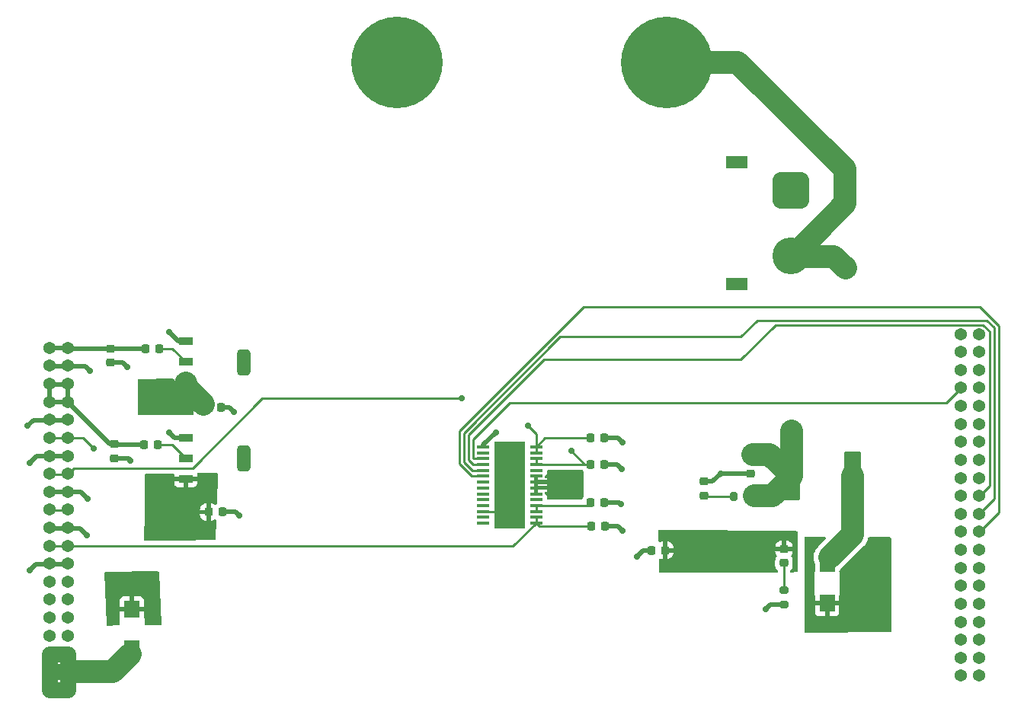
<source format=gbr>
%TF.GenerationSoftware,KiCad,Pcbnew,7.0.7*%
%TF.CreationDate,2024-02-25T13:36:01-08:00*%
%TF.ProjectId,Power-board,506f7765-722d-4626-9f61-72642e6b6963,rev?*%
%TF.SameCoordinates,Original*%
%TF.FileFunction,Copper,L1,Top*%
%TF.FilePolarity,Positive*%
%FSLAX46Y46*%
G04 Gerber Fmt 4.6, Leading zero omitted, Abs format (unit mm)*
G04 Created by KiCad (PCBNEW 7.0.7) date 2024-02-25 13:36:01*
%MOMM*%
%LPD*%
G01*
G04 APERTURE LIST*
G04 Aperture macros list*
%AMRoundRect*
0 Rectangle with rounded corners*
0 $1 Rounding radius*
0 $2 $3 $4 $5 $6 $7 $8 $9 X,Y pos of 4 corners*
0 Add a 4 corners polygon primitive as box body*
4,1,4,$2,$3,$4,$5,$6,$7,$8,$9,$2,$3,0*
0 Add four circle primitives for the rounded corners*
1,1,$1+$1,$2,$3*
1,1,$1+$1,$4,$5*
1,1,$1+$1,$6,$7*
1,1,$1+$1,$8,$9*
0 Add four rect primitives between the rounded corners*
20,1,$1+$1,$2,$3,$4,$5,0*
20,1,$1+$1,$4,$5,$6,$7,0*
20,1,$1+$1,$6,$7,$8,$9,0*
20,1,$1+$1,$8,$9,$2,$3,0*%
G04 Aperture macros list end*
%TA.AperFunction,SMDPad,CuDef*%
%ADD10RoundRect,0.225000X-0.225000X-0.250000X0.225000X-0.250000X0.225000X0.250000X-0.225000X0.250000X0*%
%TD*%
%TA.AperFunction,SMDPad,CuDef*%
%ADD11RoundRect,0.218750X0.256250X-0.218750X0.256250X0.218750X-0.256250X0.218750X-0.256250X-0.218750X0*%
%TD*%
%TA.AperFunction,SMDPad,CuDef*%
%ADD12RoundRect,0.225000X0.225000X0.250000X-0.225000X0.250000X-0.225000X-0.250000X0.225000X-0.250000X0*%
%TD*%
%TA.AperFunction,SMDPad,CuDef*%
%ADD13RoundRect,0.225000X0.250000X-0.225000X0.250000X0.225000X-0.250000X0.225000X-0.250000X-0.225000X0*%
%TD*%
%TA.AperFunction,SMDPad,CuDef*%
%ADD14RoundRect,0.218750X0.218750X0.256250X-0.218750X0.256250X-0.218750X-0.256250X0.218750X-0.256250X0*%
%TD*%
%TA.AperFunction,SMDPad,CuDef*%
%ADD15R,1.676400X1.879600*%
%TD*%
%TA.AperFunction,SMDPad,CuDef*%
%ADD16RoundRect,0.200000X-0.275000X0.200000X-0.275000X-0.200000X0.275000X-0.200000X0.275000X0.200000X0*%
%TD*%
%TA.AperFunction,SMDPad,CuDef*%
%ADD17R,1.400000X0.449999*%
%TD*%
%TA.AperFunction,ComponentPad*%
%ADD18C,0.780000*%
%TD*%
%TA.AperFunction,SMDPad,CuDef*%
%ADD19R,3.400001X9.700001*%
%TD*%
%TA.AperFunction,ComponentPad*%
%ADD20C,1.371600*%
%TD*%
%TA.AperFunction,SMDPad,CuDef*%
%ADD21RoundRect,0.250000X-0.712500X-2.475000X0.712500X-2.475000X0.712500X2.475000X-0.712500X2.475000X0*%
%TD*%
%TA.AperFunction,ComponentPad*%
%ADD22R,2.340000X1.330000*%
%TD*%
%TA.AperFunction,ComponentPad*%
%ADD23R,2.450000X1.380000*%
%TD*%
%TA.AperFunction,ComponentPad*%
%ADD24RoundRect,1.025000X1.025000X-1.025000X1.025000X1.025000X-1.025000X1.025000X-1.025000X-1.025000X0*%
%TD*%
%TA.AperFunction,ComponentPad*%
%ADD25C,4.100000*%
%TD*%
%TA.AperFunction,SMDPad,CuDef*%
%ADD26R,1.549400X0.863600*%
%TD*%
%TA.AperFunction,SMDPad,CuDef*%
%ADD27RoundRect,0.361950X-0.361950X1.098550X-0.361950X-1.098550X0.361950X-1.098550X0.361950X1.098550X0*%
%TD*%
%TA.AperFunction,SMDPad,CuDef*%
%ADD28RoundRect,0.200000X0.200000X0.275000X-0.200000X0.275000X-0.200000X-0.275000X0.200000X-0.275000X0*%
%TD*%
%TA.AperFunction,ComponentPad*%
%ADD29C,10.160000*%
%TD*%
%TA.AperFunction,ViaPad*%
%ADD30C,0.711200*%
%TD*%
%TA.AperFunction,Conductor*%
%ADD31C,0.508000*%
%TD*%
%TA.AperFunction,Conductor*%
%ADD32C,0.254000*%
%TD*%
%TA.AperFunction,Conductor*%
%ADD33C,2.540000*%
%TD*%
%TA.AperFunction,Conductor*%
%ADD34C,0.965200*%
%TD*%
%TA.AperFunction,Conductor*%
%ADD35C,1.778000*%
%TD*%
G04 APERTURE END LIST*
D10*
%TO.P,C4,1*%
%TO.N,LOX_VENT+*%
X130905000Y-79575100D03*
%TO.P,C4,2*%
%TO.N,GND*%
X132455000Y-79575100D03*
%TD*%
D11*
%TO.P,D2,1,K*%
%TO.N,Net-(D2-K)*%
X143498000Y-85946000D03*
%TO.P,D2,2,A*%
%TO.N,GND*%
X143498000Y-84371000D03*
%TD*%
D12*
%TO.P,C5,1*%
%TO.N,GND*%
X90000000Y-87800000D03*
%TO.P,C5,2*%
%TO.N,V_ALL+*%
X88450000Y-87800000D03*
%TD*%
D13*
%TO.P,C1,1*%
%TO.N,GND*%
X77600000Y-71150000D03*
%TO.P,C1,2*%
%TO.N,+3.3V*%
X77600000Y-69600000D03*
%TD*%
D14*
%TO.P,F2,1*%
%TO.N,Net-(U1-OUTPUT)*%
X83000000Y-69600000D03*
%TO.P,F2,2*%
%TO.N,+3.3V*%
X81425000Y-69600000D03*
%TD*%
D13*
%TO.P,C12,1*%
%TO.N,Net-(C12-Pad1)*%
X152400000Y-93472000D03*
%TO.P,C12,2*%
%TO.N,V_ALL+*%
X152400000Y-91922000D03*
%TD*%
D15*
%TO.P,D16,1,K*%
%TO.N,V_ALL+*%
X79950000Y-98600000D03*
%TO.P,D16,2,A*%
%TO.N,PWR_SUP*%
X79950000Y-103019600D03*
%TD*%
D16*
%TO.P,R1,1*%
%TO.N,Net-(C12-Pad1)*%
X152400000Y-96457000D03*
%TO.P,R1,2*%
%TO.N,GND*%
X152400000Y-98107000D03*
%TD*%
D17*
%TO.P,U3,1,GND*%
%TO.N,GND*%
X118965001Y-80570100D03*
%TO.P,U3,2,NC*%
%TO.N,unconnected-(U3-NC-Pad2)*%
X118965001Y-81220101D03*
%TO.P,U3,3,IN1*%
%TO.N,PYRO1EN*%
X118965001Y-81870100D03*
%TO.P,U3,4,IN2*%
%TO.N,PYRO2EN*%
X118965001Y-82520101D03*
%TO.P,U3,5,IN3*%
%TO.N,PYRO3EN*%
X118965001Y-83170099D03*
%TO.P,U3,6,IN4*%
%TO.N,PYRO4EN*%
X118965001Y-83820101D03*
%TO.P,U3,7,ST1_SEH_N*%
%TO.N,unconnected-(U3-ST1_SEH_N-Pad7)*%
X118965001Y-84470099D03*
%TO.P,U3,8,ST2_SEL_N*%
%TO.N,unconnected-(U3-ST2_SEL_N-Pad8)*%
X118965001Y-85120101D03*
%TO.P,U3,9,ST3_FAULT_N*%
%TO.N,unconnected-(U3-ST3_FAULT_N-Pad9)*%
X118965001Y-85770099D03*
%TO.P,U3,10,ST4_CS_N*%
%TO.N,unconnected-(U3-ST4_CS_N-Pad10)*%
X118965001Y-86420101D03*
%TO.P,U3,11,CL*%
%TO.N,unconnected-(U3-CL-Pad11)*%
X118965001Y-87070099D03*
%TO.P,U3,12,GND*%
%TO.N,GND*%
X118965001Y-87720100D03*
%TO.P,U3,13,THER*%
%TO.N,unconnected-(U3-THER-Pad13)*%
X118965001Y-88370099D03*
%TO.P,U3,14,DIAG_EN*%
%TO.N,unconnected-(U3-DIAG_EN-Pad14)*%
X118965001Y-89020100D03*
%TO.P,U3,15,OUT4*%
%TO.N,PYRO_EX+*%
X124865002Y-89020100D03*
%TO.P,U3,16,OUT4*%
X124865002Y-88370099D03*
%TO.P,U3,17,OUT3*%
%TO.N,ETH_MAIIN+*%
X124865002Y-87720100D03*
%TO.P,U3,18,OUT3*%
X124865002Y-87070099D03*
%TO.P,U3,19,NC*%
%TO.N,unconnected-(U3-NC-Pad19)*%
X124865002Y-86420101D03*
%TO.P,U3,20,VS*%
%TO.N,V_ALL+*%
X124865002Y-85770099D03*
%TO.P,U3,21,VS*%
X124865002Y-85120101D03*
%TO.P,U3,22,VS*%
X124865002Y-84470099D03*
%TO.P,U3,23,VS*%
X124865002Y-83820101D03*
%TO.P,U3,24,NC*%
%TO.N,unconnected-(U3-NC-Pad24)*%
X124865002Y-83170099D03*
%TO.P,U3,25,OUT2*%
%TO.N,ETH_VENT+*%
X124865002Y-82520101D03*
%TO.P,U3,26,OUT2*%
X124865002Y-81870100D03*
%TO.P,U3,27,OUT1*%
%TO.N,LOX_VENT+*%
X124865002Y-81220101D03*
%TO.P,U3,28,OUT1*%
X124865002Y-80570100D03*
D18*
%TO.P,U3,29,PAD*%
%TO.N,GND*%
X120615000Y-80795100D03*
X120615000Y-82095100D03*
X120615000Y-83495100D03*
X120615000Y-84795100D03*
X120615000Y-86095100D03*
X120615003Y-87495100D03*
X120615003Y-88795100D03*
X121915000Y-82095100D03*
D19*
X121915000Y-84795100D03*
D18*
X121915003Y-80795100D03*
X121915003Y-83495100D03*
X121915003Y-84795100D03*
X121915003Y-86095100D03*
X121915003Y-87495100D03*
X121915005Y-88795100D03*
X123215000Y-80795100D03*
X123215000Y-82095100D03*
X123215000Y-83495100D03*
X123215000Y-84795100D03*
X123215000Y-86095100D03*
X123215002Y-87495100D03*
X123215002Y-88795100D03*
%TD*%
D13*
%TO.P,C3,1*%
%TO.N,GND*%
X78000000Y-81800000D03*
%TO.P,C3,2*%
%TO.N,+5V*%
X78000000Y-80250000D03*
%TD*%
D10*
%TO.P,C9,1*%
%TO.N,ETH_MAIIN+*%
X130905000Y-86775100D03*
%TO.P,C9,2*%
%TO.N,GND*%
X132455000Y-86775100D03*
%TD*%
D20*
%TO.P,J1,A1,Pin_1*%
%TO.N,+3.3V*%
X70780000Y-69536931D03*
%TO.P,J1,A2,Pin_2*%
X72780000Y-69536931D03*
%TO.P,J1,A3,Pin_3*%
%TO.N,GND*%
X70780000Y-71536931D03*
%TO.P,J1,A4,Pin_4*%
X72780000Y-71536931D03*
%TO.P,J1,A5,Pin_5*%
%TO.N,+5V*%
X70780000Y-73536931D03*
%TO.P,J1,A6,Pin_6*%
X72780000Y-73536931D03*
%TO.P,J1,A7,Pin_7*%
X70780000Y-75536931D03*
%TO.P,J1,A8,Pin_8*%
X72780000Y-75536931D03*
%TO.P,J1,A9,Pin_9*%
%TO.N,GND*%
X70780000Y-77536931D03*
%TO.P,J1,A10,Pin_10*%
X72780000Y-77536931D03*
%TO.P,J1,A11,Pin_11*%
%TO.N,LOX_VENT+*%
X70780000Y-79536931D03*
%TO.P,J1,A12,Pin_12*%
X72780000Y-79536931D03*
%TO.P,J1,A13,Pin_13*%
%TO.N,GND*%
X70780000Y-81536931D03*
%TO.P,J1,A14,Pin_14*%
X72780000Y-81536931D03*
%TO.P,J1,A15,Pin_15*%
%TO.N,ETH_VENT+*%
X70780000Y-83536931D03*
%TO.P,J1,A16,Pin_16*%
X72780000Y-83536931D03*
%TO.P,J1,A17,Pin_17*%
%TO.N,GND*%
X70780000Y-85536931D03*
%TO.P,J1,A18,Pin_18*%
X72780000Y-85536931D03*
%TO.P,J1,A19,Pin_19*%
%TO.N,ETH_MAIN+*%
X70780000Y-87536931D03*
%TO.P,J1,A20,Pin_20*%
X72780000Y-87536931D03*
%TO.P,J1,A21,Pin_21*%
%TO.N,GND*%
X70780000Y-89536931D03*
%TO.P,J1,A22,Pin_22*%
X72780000Y-89536931D03*
%TO.P,J1,A23,Pin_23*%
%TO.N,PYRO_EX+*%
X70780000Y-91536931D03*
%TO.P,J1,A24,Pin_24*%
X72780000Y-91536931D03*
%TO.P,J1,A25,Pin_25*%
%TO.N,GND*%
X70780000Y-93536931D03*
%TO.P,J1,A26,Pin_26*%
X72780000Y-93536931D03*
%TO.P,J1,A27,Pin_27*%
%TO.N,unconnected-(J1A-Pin_27-PadA27)*%
X70780000Y-95536931D03*
%TO.P,J1,A28,Pin_28*%
%TO.N,unconnected-(J1A-Pin_28-PadA28)*%
X72780000Y-95536931D03*
%TO.P,J1,A29,Pin_29*%
%TO.N,unconnected-(J1A-Pin_29-PadA29)*%
X70780000Y-97536931D03*
%TO.P,J1,A30,Pin_30*%
%TO.N,unconnected-(J1A-Pin_30-PadA30)*%
X72780000Y-97536931D03*
%TO.P,J1,A31,Pin_31*%
%TO.N,unconnected-(J1A-Pin_31-PadA31)*%
X70780000Y-99536931D03*
%TO.P,J1,A32,Pin_32*%
%TO.N,unconnected-(J1A-Pin_32-PadA32)*%
X72780000Y-99536931D03*
%TO.P,J1,A33,Pin_33*%
%TO.N,unconnected-(J1A-Pin_33-PadA33)*%
X70780000Y-101536831D03*
%TO.P,J1,A34,Pin_34*%
%TO.N,unconnected-(J1A-Pin_34-PadA34)*%
X72780000Y-101536831D03*
%TO.P,J1,A35,Pin_35*%
%TO.N,PWR_SUP*%
X70780000Y-103536831D03*
%TO.P,J1,A36,Pin_36*%
X72780000Y-103536831D03*
%TO.P,J1,A37,Pin_37*%
X70780000Y-105536831D03*
%TO.P,J1,A38,Pin_38*%
X72780000Y-105536831D03*
%TO.P,J1,A39,Pin_39*%
X70780000Y-107536831D03*
%TO.P,J1,A40,Pin_40*%
X72780000Y-107536831D03*
%TO.P,J1,B1,Pin_1*%
%TO.N,unconnected-(J1B-Pin_1-PadB1)*%
X172050000Y-68000100D03*
%TO.P,J1,B2,Pin_2*%
%TO.N,unconnected-(J1B-Pin_2-PadB2)*%
X174050000Y-68000100D03*
%TO.P,J1,B3,Pin_3*%
%TO.N,unconnected-(J1B-Pin_3-PadB3)*%
X172050000Y-70000100D03*
%TO.P,J1,B4,Pin_4*%
%TO.N,unconnected-(J1B-Pin_4-PadB4)*%
X174050000Y-70000100D03*
%TO.P,J1,B5,Pin_5*%
%TO.N,GND*%
X172050000Y-72000100D03*
%TO.P,J1,B6,Pin_6*%
%TO.N,unconnected-(J1B-Pin_6-PadB6)*%
X174050000Y-72000100D03*
%TO.P,J1,B7,Pin_7*%
%TO.N,PYRO1EN*%
X172050000Y-74000100D03*
%TO.P,J1,B8,Pin_8*%
%TO.N,GND*%
X174050000Y-74000100D03*
%TO.P,J1,B9,Pin_9*%
X172050000Y-76000000D03*
%TO.P,J1,B10,Pin_10*%
%TO.N,unconnected-(J1B-Pin_10-PadB10)*%
X174050000Y-76000000D03*
%TO.P,J1,B11,Pin_11*%
%TO.N,unconnected-(J1B-Pin_11-PadB11)*%
X172050000Y-78000000D03*
%TO.P,J1,B12,Pin_12*%
%TO.N,unconnected-(J1B-Pin_12-PadB12)*%
X174050000Y-78000000D03*
%TO.P,J1,B13,Pin_13*%
%TO.N,unconnected-(J1B-Pin_13-PadB13)*%
X172050000Y-80000000D03*
%TO.P,J1,B14,Pin_14*%
%TO.N,unconnected-(J1B-Pin_14-PadB14)*%
X174050000Y-80000000D03*
%TO.P,J1,B15,Pin_15*%
%TO.N,unconnected-(J1B-Pin_15-PadB15)*%
X172050000Y-82000000D03*
%TO.P,J1,B16,Pin_16*%
%TO.N,unconnected-(J1B-Pin_16-PadB16)*%
X174050000Y-82000000D03*
%TO.P,J1,B17,Pin_17*%
%TO.N,GND*%
X172050000Y-84000000D03*
%TO.P,J1,B18,Pin_18*%
X174050000Y-84000000D03*
%TO.P,J1,B19,Pin_19*%
%TO.N,unconnected-(J1B-Pin_19-PadB19)*%
X172050000Y-86000000D03*
%TO.P,J1,B20,Pin_20*%
%TO.N,PYRO2EN*%
X174050000Y-86000000D03*
%TO.P,J1,B21,Pin_21*%
%TO.N,unconnected-(J1B-Pin_21-PadB21)*%
X172050000Y-88000000D03*
%TO.P,J1,B22,Pin_22*%
%TO.N,PYRO3EN*%
X174050000Y-88000000D03*
%TO.P,J1,B23,Pin_23*%
%TO.N,unconnected-(J1B-Pin_23-PadB23)*%
X172050000Y-90000000D03*
%TO.P,J1,B24,Pin_24*%
%TO.N,PYRO4EN*%
X174050000Y-90000000D03*
%TO.P,J1,B25,Pin_25*%
%TO.N,GND*%
X172050000Y-92000000D03*
%TO.P,J1,B26,Pin_26*%
X174050000Y-92000000D03*
%TO.P,J1,B27,Pin_27*%
%TO.N,unconnected-(J1B-Pin_27-PadB27)*%
X172050000Y-94000000D03*
%TO.P,J1,B28,Pin_28*%
%TO.N,unconnected-(J1B-Pin_28-PadB28)*%
X174050000Y-94000000D03*
%TO.P,J1,B29,Pin_29*%
%TO.N,unconnected-(J1B-Pin_29-PadB29)*%
X172050000Y-96000000D03*
%TO.P,J1,B30,Pin_30*%
%TO.N,unconnected-(J1B-Pin_30-PadB30)*%
X174050000Y-96000000D03*
%TO.P,J1,B31,Pin_31*%
%TO.N,unconnected-(J1B-Pin_31-PadB31)*%
X172050000Y-98000000D03*
%TO.P,J1,B32,Pin_32*%
%TO.N,unconnected-(J1B-Pin_32-PadB32)*%
X174050000Y-98000000D03*
%TO.P,J1,B33,Pin_33*%
%TO.N,GND*%
X172050000Y-100000000D03*
%TO.P,J1,B34,Pin_34*%
X174050000Y-100000000D03*
%TO.P,J1,B35,Pin_35*%
%TO.N,unconnected-(J1B-Pin_35-PadB35)*%
X172050000Y-102000000D03*
%TO.P,J1,B36,Pin_36*%
%TO.N,unconnected-(J1B-Pin_36-PadB36)*%
X174050000Y-102000000D03*
%TO.P,J1,B37,Pin_37*%
%TO.N,unconnected-(J1B-Pin_37-PadB37)*%
X172050000Y-104000000D03*
%TO.P,J1,B38,Pin_38*%
%TO.N,unconnected-(J1B-Pin_38-PadB38)*%
X174050000Y-104000000D03*
%TO.P,J1,B39,Pin_39*%
%TO.N,unconnected-(J1B-Pin_39-PadB39)*%
X172050000Y-106000000D03*
%TO.P,J1,B40,Pin_40*%
%TO.N,unconnected-(J1B-Pin_40-PadB40)*%
X174050000Y-106000000D03*
%TD*%
D21*
%TO.P,F1,1*%
%TO.N,/BAT1_+_pre*%
X153245000Y-83820000D03*
%TO.P,F1,2*%
%TO.N,/BAT1_+*%
X160020000Y-83820000D03*
%TD*%
D14*
%TO.P,F3,1*%
%TO.N,Net-(U4-OUTPUT)*%
X82851000Y-80286000D03*
%TO.P,F3,2*%
%TO.N,+5V*%
X81276000Y-80286000D03*
%TD*%
D22*
%TO.P,J8,*%
%TO.N,*%
X147152000Y-62415000D03*
D23*
X147157000Y-48910000D03*
D24*
%TO.P,J8,1,1*%
%TO.N,GND*%
X153162000Y-52070000D03*
D25*
%TO.P,J8,2,2*%
%TO.N,/BAT1_+_pre*%
X153162000Y-59270000D03*
%TD*%
D12*
%TO.P,C11,1*%
%TO.N,V_ALL+*%
X139200000Y-92050000D03*
%TO.P,C11,2*%
%TO.N,GND*%
X137650000Y-92050000D03*
%TD*%
D13*
%TO.P,C6,1*%
%TO.N,GND*%
X148700000Y-83500000D03*
%TO.P,C6,2*%
%TO.N,/BAT1_+_pre*%
X148700000Y-81950000D03*
%TD*%
D26*
%TO.P,U1,1,GND*%
%TO.N,GND*%
X85944200Y-68810000D03*
%TO.P,U1,2,OUTPUT*%
%TO.N,Net-(U1-OUTPUT)*%
X85944200Y-71110000D03*
%TO.P,U1,3,INPUT*%
%TO.N,V_ALL+*%
X85944200Y-73410000D03*
D27*
%TO.P,U1,4,VOUT*%
%TO.N,unconnected-(U1-VOUT-Pad4)*%
X92383100Y-71122700D03*
%TD*%
D10*
%TO.P,C10,1*%
%TO.N,PYRO_EX+*%
X130955000Y-89375100D03*
%TO.P,C10,2*%
%TO.N,GND*%
X132505000Y-89375100D03*
%TD*%
D28*
%TO.P,R3,1*%
%TO.N,/BAT1_+_pre*%
X148500000Y-86050000D03*
%TO.P,R3,2*%
%TO.N,Net-(D2-K)*%
X146850000Y-86050000D03*
%TD*%
D10*
%TO.P,C8,1*%
%TO.N,ETH_VENT+*%
X130905000Y-82479100D03*
%TO.P,C8,2*%
%TO.N,GND*%
X132455000Y-82479100D03*
%TD*%
D29*
%TO.P,J5,1,Pin_1*%
%TO.N,/BAT1_+_pre*%
X139350000Y-37782000D03*
%TO.P,J5,2,Pin_2*%
%TO.N,GND*%
X109380000Y-37782000D03*
%TD*%
D15*
%TO.P,D15,1,K*%
%TO.N,V_ALL+*%
X157200000Y-97950000D03*
%TO.P,D15,2,A*%
%TO.N,/BAT1_+*%
X157200000Y-93530400D03*
%TD*%
D26*
%TO.P,U4,1,GND*%
%TO.N,GND*%
X85924200Y-79510000D03*
%TO.P,U4,2,OUTPUT*%
%TO.N,Net-(U4-OUTPUT)*%
X85924200Y-81810000D03*
%TO.P,U4,3,INPUT*%
%TO.N,V_ALL+*%
X85924200Y-84110000D03*
D27*
%TO.P,U4,4,VOUT*%
%TO.N,unconnected-(U4-VOUT-Pad4)*%
X92363100Y-81822700D03*
%TD*%
D12*
%TO.P,C2,1*%
%TO.N,GND*%
X89850000Y-76150000D03*
%TO.P,C2,2*%
%TO.N,V_ALL+*%
X88300000Y-76150000D03*
%TD*%
D30*
%TO.N,GND*%
X91850000Y-88200000D03*
X134300000Y-86950000D03*
X74900000Y-90350000D03*
X75000000Y-86300000D03*
X79400000Y-71650000D03*
X84100000Y-67800000D03*
X91300000Y-76700000D03*
X75250000Y-72100000D03*
X68600000Y-82300000D03*
X68350000Y-78200000D03*
X134450000Y-80050000D03*
X134450000Y-89900000D03*
X134350000Y-83000000D03*
X79800000Y-82050000D03*
X68575000Y-94275000D03*
X136050000Y-92750000D03*
X120400000Y-78914600D03*
X84100000Y-78914600D03*
X150400000Y-98600000D03*
X145350000Y-83500000D03*
%TO.N,V_ALL+*%
X87950000Y-85550000D03*
X128050000Y-84800000D03*
X83450000Y-76300000D03*
X160520000Y-99768000D03*
X144800000Y-93650000D03*
X150368000Y-93472000D03*
X145350000Y-91300000D03*
X150368000Y-90932000D03*
X77750000Y-96050000D03*
X81700000Y-73900000D03*
X163068000Y-94488000D03*
X127000000Y-84100000D03*
X79790000Y-96860000D03*
X160502000Y-96934000D03*
X160800000Y-94200000D03*
X81700000Y-75150000D03*
X81750000Y-76300000D03*
X82900000Y-88150000D03*
X141400000Y-93550000D03*
X142450000Y-91100000D03*
X86800000Y-89300000D03*
X148844000Y-92202000D03*
X163068000Y-91948000D03*
X129050000Y-84000000D03*
X83400000Y-75000000D03*
X81750000Y-96150000D03*
X129100000Y-85550000D03*
X83350000Y-73850000D03*
X127000000Y-85600000D03*
X82850000Y-85850000D03*
X162788000Y-98204000D03*
X84650000Y-90000000D03*
X85450000Y-86850000D03*
%TO.N,LOX_VENT+*%
X75692000Y-80772000D03*
X123952000Y-78232000D03*
%TO.N,/BAT1_+_pre*%
X159258000Y-60706000D03*
X153162000Y-78740000D03*
%TO.N,ETH_VENT+*%
X116586000Y-75184000D03*
X128778000Y-81026000D03*
%TD*%
D31*
%TO.N,GND*%
X69318069Y-81581931D02*
X68600000Y-82300000D01*
X132505000Y-89375100D02*
X133925100Y-89375100D01*
X70815000Y-89581931D02*
X74131931Y-89581931D01*
X133829100Y-82479100D02*
X134350000Y-83000000D01*
X118965001Y-80349599D02*
X120400000Y-78914600D01*
X72815000Y-81581931D02*
X69318069Y-81581931D01*
X145350000Y-83500000D02*
X148700000Y-83500000D01*
X132455000Y-82479100D02*
X133829100Y-82479100D01*
X137650000Y-92050000D02*
X136750000Y-92050000D01*
X74281931Y-85581931D02*
X75000000Y-86300000D01*
D32*
X120390003Y-87720100D02*
X120615003Y-87495100D01*
X118965001Y-87720100D02*
X120390003Y-87720100D01*
D31*
X150893000Y-98107000D02*
X150400000Y-98600000D01*
X72815000Y-77581931D02*
X68968069Y-77581931D01*
X133925100Y-89375100D02*
X134450000Y-89900000D01*
X85944200Y-68810000D02*
X85110000Y-68810000D01*
X152400000Y-98107000D02*
X150893000Y-98107000D01*
X79550000Y-81800000D02*
X79800000Y-82050000D01*
X68968069Y-77581931D02*
X68350000Y-78200000D01*
X136750000Y-92050000D02*
X136050000Y-92750000D01*
X70815000Y-85581931D02*
X74281931Y-85581931D01*
X120615000Y-80795100D02*
X120615000Y-80185000D01*
X70815000Y-71581931D02*
X74731931Y-71581931D01*
X132455000Y-79575100D02*
X133975100Y-79575100D01*
X78000000Y-81800000D02*
X79550000Y-81800000D01*
X78900000Y-71150000D02*
X79400000Y-71650000D01*
X132455000Y-86775100D02*
X134125100Y-86775100D01*
X68575000Y-94275000D02*
X69268069Y-93581931D01*
X134125100Y-86775100D02*
X134300000Y-86950000D01*
X144479000Y-84371000D02*
X145350000Y-83500000D01*
X133975100Y-79575100D02*
X134450000Y-80050000D01*
X89850000Y-76150000D02*
X90750000Y-76150000D01*
X69268069Y-93581931D02*
X72815000Y-93581931D01*
X77600000Y-71150000D02*
X78900000Y-71150000D01*
X90750000Y-76150000D02*
X91300000Y-76700000D01*
X85924200Y-79510000D02*
X84695400Y-79510000D01*
X143498000Y-84371000D02*
X144479000Y-84371000D01*
X84695400Y-79510000D02*
X84100000Y-78914600D01*
X74731931Y-71581931D02*
X75250000Y-72100000D01*
X91450000Y-87800000D02*
X91850000Y-88200000D01*
X90000000Y-87800000D02*
X91450000Y-87800000D01*
X74131931Y-89581931D02*
X74900000Y-90350000D01*
X85110000Y-68810000D02*
X84100000Y-67800000D01*
D33*
%TO.N,V_ALL+*%
X85944200Y-73794200D02*
X87930000Y-75780000D01*
X85944200Y-73410000D02*
X85944200Y-73794200D01*
D32*
%TO.N,LOX_VENT+*%
X124865002Y-80570100D02*
X124865002Y-81220101D01*
X75692000Y-80772000D02*
X74501931Y-79581931D01*
X74501931Y-79581931D02*
X72815000Y-79581931D01*
X124865002Y-79145002D02*
X123952000Y-78232000D01*
X72815000Y-79581931D02*
X70815000Y-79581931D01*
X125860002Y-79575100D02*
X124865002Y-80570100D01*
X130905000Y-79575100D02*
X125860002Y-79575100D01*
X124865002Y-80570100D02*
X124865002Y-79145002D01*
D34*
%TO.N,/BAT1_+_pre*%
X153218000Y-59270000D02*
X153162000Y-59270000D01*
D32*
X153162000Y-78740000D02*
X153245000Y-78823000D01*
D33*
X153245000Y-83820000D02*
X150825000Y-81400000D01*
X153245000Y-78823000D02*
X153245000Y-83820000D01*
X153422000Y-59270000D02*
X156106600Y-56585400D01*
D34*
X153162000Y-59270000D02*
X153422000Y-59270000D01*
D33*
X156106600Y-56585400D02*
X159200000Y-53492000D01*
X153264000Y-59372000D02*
X157924000Y-59372000D01*
X159200000Y-49700000D02*
X147282000Y-37782000D01*
D34*
X153892000Y-59944000D02*
X153218000Y-59270000D01*
D33*
X157924000Y-59372000D02*
X159258000Y-60706000D01*
X159200000Y-53492000D02*
X159200000Y-49700000D01*
X151119000Y-85946000D02*
X153245000Y-83820000D01*
D34*
X153162000Y-83737000D02*
X153245000Y-83820000D01*
X153162000Y-59270000D02*
X153264000Y-59372000D01*
D33*
X147282000Y-37782000D02*
X139350000Y-37782000D01*
X149098000Y-85946000D02*
X151119000Y-85946000D01*
X150825000Y-81400000D02*
X148900000Y-81400000D01*
D32*
%TO.N,ETH_VENT+*%
X124906003Y-82479100D02*
X124865002Y-82520101D01*
X86678831Y-82896131D02*
X94390962Y-75184000D01*
X72815000Y-83581931D02*
X73500800Y-82896131D01*
X124865002Y-82520101D02*
X124865002Y-81870100D01*
X94390962Y-75184000D02*
X116586000Y-75184000D01*
X73500800Y-82896131D02*
X86678831Y-82896131D01*
X130905000Y-82479100D02*
X124906003Y-82479100D01*
X70815000Y-83581931D02*
X72815000Y-83581931D01*
X128778000Y-81026000D02*
X130231100Y-82479100D01*
X130231100Y-82479100D02*
X130905000Y-82479100D01*
%TO.N,ETH_MAIIN+*%
X124865002Y-87070099D02*
X124865002Y-87720100D01*
X130610001Y-87070099D02*
X124865002Y-87070099D01*
X130905000Y-86775100D02*
X130610001Y-87070099D01*
%TO.N,PYRO_EX+*%
X122303171Y-91581931D02*
X124865002Y-89020100D01*
X124865002Y-89020100D02*
X124865002Y-88370099D01*
X130955000Y-89375100D02*
X125220002Y-89375100D01*
X125220002Y-89375100D02*
X124865002Y-89020100D01*
X72815000Y-91581931D02*
X122303171Y-91581931D01*
X72815000Y-91581931D02*
X70815000Y-91581931D01*
%TO.N,Net-(C12-Pad1)*%
X152400000Y-96457000D02*
X152400000Y-93472000D01*
%TO.N,Net-(D2-K)*%
X143602000Y-86050000D02*
X143498000Y-85946000D01*
X146850000Y-86050000D02*
X143602000Y-86050000D01*
D33*
%TO.N,/BAT1_+*%
X160020000Y-90322400D02*
X157480000Y-92862400D01*
X160020000Y-83820000D02*
X160020000Y-90322400D01*
D35*
%TO.N,PWR_SUP*%
X70815000Y-103581831D02*
X70815000Y-105581831D01*
X70815000Y-105581831D02*
X70815000Y-107581831D01*
D33*
X77848169Y-105581831D02*
X79800000Y-103630000D01*
D35*
X70815000Y-105581831D02*
X72815000Y-105581831D01*
X70815000Y-107581831D02*
X72815000Y-107581831D01*
X72815000Y-107581831D02*
X72815000Y-103581831D01*
D33*
X72815000Y-105581831D02*
X77848169Y-105581831D01*
D35*
X72815000Y-103581831D02*
X70815000Y-103581831D01*
D32*
%TO.N,Net-(U1-OUTPUT)*%
X84434200Y-69600000D02*
X85944200Y-71110000D01*
X83000000Y-69600000D02*
X84434200Y-69600000D01*
%TO.N,Net-(U4-OUTPUT)*%
X82851000Y-80286000D02*
X84400200Y-80286000D01*
X84400200Y-80286000D02*
X85924200Y-81810000D01*
%TO.N,ETH_MAIN+*%
X72815000Y-87581931D02*
X70815000Y-87581931D01*
%TO.N,PYRO1EN*%
X170438100Y-75692000D02*
X121920000Y-75692000D01*
X121920000Y-75692000D02*
X117884001Y-79727999D01*
X172085000Y-74045100D02*
X170438100Y-75692000D01*
X117884001Y-79727999D02*
X117884001Y-81826100D01*
X117928001Y-81870100D02*
X118965001Y-81870100D01*
X117884001Y-81826100D02*
X117928001Y-81870100D01*
%TO.N,PYRO2EN*%
X174085000Y-86045000D02*
X175260000Y-84870000D01*
X117376001Y-79219999D02*
X117376001Y-82036520D01*
X174526884Y-66978300D02*
X151461700Y-66978300D01*
X151461700Y-66978300D02*
X147574000Y-70866000D01*
X125730000Y-70866000D02*
X117376001Y-79219999D01*
X175260000Y-84870000D02*
X175260000Y-67711416D01*
X117859582Y-82520101D02*
X118965001Y-82520101D01*
X147574000Y-70866000D02*
X125730000Y-70866000D01*
X175260000Y-67711416D02*
X174526884Y-66978300D01*
X117376001Y-82036520D02*
X117859582Y-82520101D01*
%TO.N,PYRO3EN*%
X175768000Y-67310000D02*
X175768000Y-86362000D01*
X174928300Y-66470300D02*
X175768000Y-67310000D01*
X116868002Y-79009578D02*
X127551580Y-68326000D01*
X127551580Y-68326000D02*
X147574000Y-68326000D01*
X175768000Y-86362000D02*
X174085000Y-88045000D01*
X147574000Y-68326000D02*
X149429700Y-66470300D01*
X149429700Y-66470300D02*
X174928300Y-66470300D01*
X117791160Y-83170099D02*
X116868001Y-82246940D01*
X118965001Y-83170099D02*
X117791160Y-83170099D01*
X116868001Y-82246940D02*
X116868002Y-79009578D01*
D31*
%TO.N,+5V*%
X72815000Y-75581931D02*
X70815000Y-75581931D01*
X77483069Y-80250000D02*
X72815000Y-75581931D01*
X78000000Y-80250000D02*
X77483069Y-80250000D01*
X70815000Y-75581931D02*
X70815000Y-73581931D01*
X72815000Y-73581931D02*
X72815000Y-75581931D01*
X81276000Y-80286000D02*
X78036000Y-80286000D01*
X78036000Y-80286000D02*
X78000000Y-80250000D01*
X70815000Y-73581931D02*
X72815000Y-73581931D01*
D32*
%TO.N,PYRO4EN*%
X116360001Y-82457360D02*
X117722742Y-83820101D01*
X176276000Y-87854000D02*
X176276000Y-67099580D01*
X174200420Y-65024000D02*
X130135160Y-65024000D01*
X116360003Y-78799157D02*
X116360001Y-82457360D01*
X176276000Y-67099580D02*
X174200420Y-65024000D01*
X117722742Y-83820101D02*
X118965001Y-83820101D01*
X174085000Y-90045000D02*
X176276000Y-87854000D01*
X130135160Y-65024000D02*
X116360003Y-78799157D01*
D31*
%TO.N,+3.3V*%
X77600000Y-69600000D02*
X72833069Y-69600000D01*
X72833069Y-69600000D02*
X72815000Y-69581931D01*
X81425000Y-69600000D02*
X77600000Y-69600000D01*
X72815000Y-69581931D02*
X70815000Y-69581931D01*
%TD*%
%TA.AperFunction,Conductor*%
%TO.N,V_ALL+*%
G36*
X157022211Y-90603685D02*
G01*
X157067966Y-90656489D01*
X157077910Y-90725647D01*
X157048885Y-90789203D01*
X157042853Y-90795681D01*
X156745790Y-91092745D01*
X156181218Y-91657317D01*
X156181210Y-91657326D01*
X156181210Y-91657325D01*
X156051466Y-91808089D01*
X155952038Y-91966328D01*
X155910284Y-92032781D01*
X155857226Y-92154390D01*
X155804167Y-92276002D01*
X155735487Y-92532320D01*
X155735487Y-92532324D01*
X155705775Y-92796013D01*
X155715698Y-93061188D01*
X155765029Y-93321913D01*
X155765034Y-93321930D01*
X155854208Y-93576774D01*
X155852774Y-93577275D01*
X155861300Y-93618033D01*
X155861300Y-94398637D01*
X155841615Y-94465676D01*
X155824982Y-94486318D01*
X155790300Y-94521000D01*
X155790300Y-96959400D01*
X155825481Y-96994581D01*
X155858966Y-97055904D01*
X155861800Y-97082262D01*
X155861800Y-97700000D01*
X158538200Y-97700000D01*
X158538200Y-97082262D01*
X158557885Y-97015223D01*
X158574519Y-96994581D01*
X158609700Y-96959400D01*
X158609700Y-94521000D01*
X158575018Y-94486318D01*
X158541533Y-94424995D01*
X158538699Y-94398637D01*
X158538699Y-94344038D01*
X158558384Y-94276999D01*
X158581812Y-94250052D01*
X158685083Y-94161182D01*
X161248524Y-91597741D01*
X161321508Y-91530023D01*
X161383578Y-91452189D01*
X161448535Y-91376708D01*
X161464382Y-91351485D01*
X161468390Y-91345836D01*
X161486958Y-91322555D01*
X161536742Y-91236325D01*
X161589715Y-91152020D01*
X161601618Y-91124737D01*
X161604755Y-91118523D01*
X161619639Y-91092745D01*
X161656018Y-91000050D01*
X161695831Y-90908800D01*
X161703534Y-90880049D01*
X161705711Y-90873434D01*
X161716582Y-90845736D01*
X161716585Y-90845729D01*
X161716586Y-90845727D01*
X161738744Y-90748645D01*
X161758236Y-90675905D01*
X161794601Y-90616245D01*
X161857448Y-90585717D01*
X161878010Y-90584000D01*
X164188000Y-90584000D01*
X164255039Y-90603685D01*
X164300794Y-90656489D01*
X164312000Y-90708000D01*
X164312000Y-101035201D01*
X164292315Y-101102240D01*
X164239511Y-101147995D01*
X164189208Y-101159195D01*
X154785208Y-101250780D01*
X154717980Y-101231749D01*
X154671713Y-101179393D01*
X154660000Y-101126786D01*
X154660000Y-98200000D01*
X155861800Y-98200000D01*
X155861800Y-98937644D01*
X155868201Y-98997172D01*
X155868203Y-98997179D01*
X155918445Y-99131886D01*
X155918449Y-99131893D01*
X156004609Y-99246987D01*
X156004612Y-99246990D01*
X156119706Y-99333150D01*
X156119713Y-99333154D01*
X156254420Y-99383396D01*
X156254427Y-99383398D01*
X156313955Y-99389799D01*
X156313972Y-99389800D01*
X156950000Y-99389800D01*
X156950000Y-98200000D01*
X157450000Y-98200000D01*
X157450000Y-99389800D01*
X158086028Y-99389800D01*
X158086044Y-99389799D01*
X158145572Y-99383398D01*
X158145579Y-99383396D01*
X158280286Y-99333154D01*
X158280293Y-99333150D01*
X158395387Y-99246990D01*
X158395390Y-99246987D01*
X158481550Y-99131893D01*
X158481554Y-99131886D01*
X158531796Y-98997179D01*
X158531798Y-98997172D01*
X158538199Y-98937644D01*
X158538200Y-98937627D01*
X158538200Y-98200000D01*
X157450000Y-98200000D01*
X156950000Y-98200000D01*
X155861800Y-98200000D01*
X154660000Y-98200000D01*
X154660000Y-90708000D01*
X154679685Y-90640961D01*
X154732489Y-90595206D01*
X154784000Y-90584000D01*
X156955172Y-90584000D01*
X157022211Y-90603685D01*
G37*
%TD.AperFunction*%
%TD*%
%TA.AperFunction,Conductor*%
%TO.N,V_ALL+*%
G36*
X89438808Y-83469685D02*
G01*
X89484563Y-83522489D01*
X89495699Y-83578159D01*
X89385134Y-86872971D01*
X89363212Y-86939312D01*
X89326307Y-86974347D01*
X89321960Y-86977028D01*
X89321955Y-86977032D01*
X89312324Y-86986663D01*
X89251000Y-87020146D01*
X89181308Y-87015159D01*
X89136965Y-86986660D01*
X89127732Y-86977427D01*
X89127728Y-86977424D01*
X88983492Y-86888457D01*
X88983481Y-86888452D01*
X88822606Y-86835144D01*
X88723322Y-86825000D01*
X88700000Y-86825000D01*
X88700000Y-88774999D01*
X88723308Y-88774999D01*
X88723322Y-88774998D01*
X88822607Y-88764855D01*
X88983481Y-88711547D01*
X88983488Y-88711544D01*
X89133839Y-88618805D01*
X89201231Y-88600364D01*
X89267895Y-88621286D01*
X89312665Y-88674927D01*
X89322867Y-88728502D01*
X89253971Y-90781658D01*
X89232049Y-90847999D01*
X89177741Y-90891957D01*
X89131601Y-90901489D01*
X84922736Y-90954431D01*
X81426257Y-90954431D01*
X81359218Y-90934746D01*
X81313463Y-90881942D01*
X81302268Y-90828789D01*
X81339073Y-88050000D01*
X87500001Y-88050000D01*
X87500001Y-88098322D01*
X87510144Y-88197607D01*
X87563452Y-88358481D01*
X87563457Y-88358492D01*
X87652424Y-88502728D01*
X87652427Y-88502732D01*
X87772267Y-88622572D01*
X87772271Y-88622575D01*
X87916507Y-88711542D01*
X87916518Y-88711547D01*
X88077393Y-88764855D01*
X88176683Y-88774999D01*
X88200000Y-88774998D01*
X88200000Y-88050000D01*
X87500001Y-88050000D01*
X81339073Y-88050000D01*
X81345695Y-87550000D01*
X87500000Y-87550000D01*
X88200000Y-87550000D01*
X88200000Y-86824999D01*
X88176693Y-86825000D01*
X88176674Y-86825001D01*
X88077392Y-86835144D01*
X87916518Y-86888452D01*
X87916507Y-86888457D01*
X87772271Y-86977424D01*
X87772267Y-86977427D01*
X87652427Y-87097267D01*
X87652424Y-87097271D01*
X87563457Y-87241507D01*
X87563452Y-87241518D01*
X87510144Y-87402393D01*
X87500000Y-87501677D01*
X87500000Y-87550000D01*
X81345695Y-87550000D01*
X81380808Y-84898987D01*
X81387947Y-84360000D01*
X84649500Y-84360000D01*
X84649500Y-84589644D01*
X84655901Y-84649172D01*
X84655903Y-84649179D01*
X84706145Y-84783886D01*
X84706149Y-84783893D01*
X84792309Y-84898987D01*
X84792312Y-84898990D01*
X84907406Y-84985150D01*
X84907413Y-84985154D01*
X85042120Y-85035396D01*
X85042127Y-85035398D01*
X85101655Y-85041799D01*
X85101672Y-85041800D01*
X85674200Y-85041800D01*
X85674200Y-84360000D01*
X86174200Y-84360000D01*
X86174200Y-85041800D01*
X86746728Y-85041800D01*
X86746744Y-85041799D01*
X86806272Y-85035398D01*
X86806279Y-85035396D01*
X86940986Y-84985154D01*
X86940993Y-84985150D01*
X87056087Y-84898990D01*
X87056090Y-84898987D01*
X87142250Y-84783893D01*
X87142254Y-84783886D01*
X87192496Y-84649179D01*
X87192498Y-84649172D01*
X87198899Y-84589644D01*
X87198900Y-84589627D01*
X87198900Y-84360000D01*
X86174200Y-84360000D01*
X85674200Y-84360000D01*
X84649500Y-84360000D01*
X81387947Y-84360000D01*
X81397404Y-83645988D01*
X81417975Y-83579216D01*
X81471380Y-83534164D01*
X81521393Y-83523631D01*
X84525500Y-83523631D01*
X84592539Y-83543316D01*
X84638294Y-83596120D01*
X84649500Y-83647631D01*
X84649500Y-83860000D01*
X87198900Y-83860000D01*
X87198900Y-83630372D01*
X87198899Y-83630355D01*
X87194265Y-83587256D01*
X87206670Y-83518497D01*
X87254280Y-83467359D01*
X87317554Y-83450000D01*
X89371769Y-83450000D01*
X89438808Y-83469685D01*
G37*
%TD.AperFunction*%
%TD*%
%TA.AperFunction,Conductor*%
%TO.N,V_ALL+*%
G36*
X84611696Y-72987332D02*
G01*
X84657875Y-73039766D01*
X84669500Y-73092185D01*
X84669500Y-73160000D01*
X86070200Y-73160000D01*
X86137239Y-73179685D01*
X86182994Y-73232489D01*
X86194200Y-73284000D01*
X86194200Y-74341800D01*
X86676000Y-74341800D01*
X86743039Y-74361485D01*
X86788794Y-74414289D01*
X86800000Y-74465800D01*
X86800000Y-76876995D01*
X86780315Y-76944034D01*
X86727511Y-76989789D01*
X86677000Y-77000991D01*
X80725000Y-77048991D01*
X80657804Y-77029848D01*
X80611625Y-76977414D01*
X80600000Y-76924995D01*
X80600000Y-73660000D01*
X84669500Y-73660000D01*
X84669500Y-73889644D01*
X84675901Y-73949172D01*
X84675903Y-73949179D01*
X84726145Y-74083886D01*
X84726149Y-74083893D01*
X84812309Y-74198987D01*
X84812312Y-74198990D01*
X84927406Y-74285150D01*
X84927413Y-74285154D01*
X85062120Y-74335396D01*
X85062127Y-74335398D01*
X85121655Y-74341799D01*
X85121672Y-74341800D01*
X85694200Y-74341800D01*
X85694200Y-73660000D01*
X84669500Y-73660000D01*
X80600000Y-73660000D01*
X80600000Y-73123004D01*
X80619685Y-73055965D01*
X80672489Y-73010210D01*
X80722999Y-72999008D01*
X84544501Y-72968189D01*
X84611696Y-72987332D01*
G37*
%TD.AperFunction*%
%TD*%
%TA.AperFunction,Conductor*%
%TO.N,V_ALL+*%
G36*
X82917283Y-94409716D02*
G01*
X82963468Y-94462144D01*
X82974992Y-94509415D01*
X83214644Y-100261069D01*
X83197767Y-100328870D01*
X83146913Y-100376783D01*
X83091359Y-100390230D01*
X81484308Y-100398108D01*
X81417173Y-100378752D01*
X81371160Y-100326173D01*
X81359700Y-100274109D01*
X81359700Y-99590599D01*
X81324519Y-99555419D01*
X81291034Y-99494096D01*
X81288200Y-99467738D01*
X81288200Y-98850000D01*
X78611800Y-98850000D01*
X78611800Y-99467738D01*
X78592115Y-99534777D01*
X78575481Y-99555419D01*
X78540300Y-99590600D01*
X78540300Y-100289144D01*
X78520615Y-100356183D01*
X78467811Y-100401938D01*
X78416908Y-100413143D01*
X77219707Y-100419013D01*
X77152572Y-100399657D01*
X77106559Y-100347078D01*
X77095199Y-100299987D01*
X77094764Y-100289144D01*
X77016939Y-98350000D01*
X78611800Y-98350000D01*
X79700000Y-98350000D01*
X79700000Y-97160200D01*
X80200000Y-97160200D01*
X80200000Y-98350000D01*
X81288200Y-98350000D01*
X81288200Y-97612372D01*
X81288199Y-97612355D01*
X81281798Y-97552827D01*
X81281796Y-97552820D01*
X81231554Y-97418113D01*
X81231550Y-97418106D01*
X81145390Y-97303012D01*
X81145387Y-97303009D01*
X81030293Y-97216849D01*
X81030286Y-97216845D01*
X80895579Y-97166603D01*
X80895572Y-97166601D01*
X80836044Y-97160200D01*
X80200000Y-97160200D01*
X79700000Y-97160200D01*
X79063955Y-97160200D01*
X79004427Y-97166601D01*
X79004420Y-97166603D01*
X78869713Y-97216845D01*
X78869706Y-97216849D01*
X78754612Y-97303009D01*
X78754609Y-97303012D01*
X78668449Y-97418106D01*
X78668445Y-97418113D01*
X78618203Y-97552820D01*
X78618201Y-97552827D01*
X78611800Y-97612355D01*
X78611800Y-98350000D01*
X77016939Y-98350000D01*
X76865133Y-94567517D01*
X76882113Y-94499746D01*
X76933040Y-94451910D01*
X76988016Y-94438552D01*
X82850085Y-94390581D01*
X82917283Y-94409716D01*
G37*
%TD.AperFunction*%
%TD*%
%TA.AperFunction,Conductor*%
%TO.N,V_ALL+*%
G36*
X130043039Y-83126285D02*
G01*
X130088794Y-83179089D01*
X130100000Y-83230600D01*
X130100000Y-86048290D01*
X130081538Y-86113387D01*
X130018001Y-86216394D01*
X130017995Y-86216407D01*
X129971209Y-86357602D01*
X129931437Y-86415048D01*
X129866921Y-86441871D01*
X129853503Y-86442599D01*
X126189502Y-86442599D01*
X126122463Y-86422914D01*
X126076708Y-86370110D01*
X126065502Y-86318600D01*
X126065501Y-86147231D01*
X126065501Y-86147229D01*
X126061069Y-86105999D01*
X126061070Y-86079493D01*
X126065001Y-86042932D01*
X126065002Y-86042917D01*
X126065001Y-85995097D01*
X126049391Y-85979487D01*
X126035515Y-85975413D01*
X126003288Y-85945410D01*
X125922548Y-85837555D01*
X125830124Y-85768366D01*
X125788254Y-85712432D01*
X125783270Y-85642741D01*
X125816756Y-85581418D01*
X125878079Y-85547933D01*
X125904436Y-85545100D01*
X126065001Y-85545100D01*
X126065002Y-85497281D01*
X126065001Y-85497279D01*
X126060817Y-85458354D01*
X126060818Y-85431843D01*
X126065001Y-85392936D01*
X126065002Y-85392919D01*
X126065002Y-85345100D01*
X125090001Y-85345100D01*
X125090001Y-85570601D01*
X125070316Y-85637640D01*
X125017512Y-85683395D01*
X124966001Y-85694601D01*
X124764003Y-85694601D01*
X124696964Y-85674916D01*
X124651209Y-85622112D01*
X124640003Y-85570601D01*
X124640003Y-84695098D01*
X125090001Y-84695098D01*
X125090001Y-84895102D01*
X126065001Y-84895102D01*
X126065002Y-84847280D01*
X126065001Y-84847269D01*
X126060817Y-84808357D01*
X126060817Y-84781841D01*
X126065001Y-84742930D01*
X126065002Y-84742920D01*
X126065002Y-84695098D01*
X125090001Y-84695098D01*
X124640003Y-84695098D01*
X124640003Y-84019598D01*
X124659688Y-83952559D01*
X124712492Y-83906804D01*
X124764000Y-83895598D01*
X124966002Y-83895598D01*
X125033040Y-83915283D01*
X125078795Y-83968087D01*
X125090001Y-84019598D01*
X125090000Y-84245099D01*
X125090001Y-84245100D01*
X126065001Y-84245100D01*
X126065002Y-84197281D01*
X126065001Y-84197279D01*
X126060817Y-84158354D01*
X126060818Y-84131843D01*
X126065001Y-84092936D01*
X126065002Y-84092919D01*
X126065002Y-84045100D01*
X125904436Y-84045100D01*
X125837397Y-84025415D01*
X125791642Y-83972611D01*
X125781698Y-83903453D01*
X125810723Y-83839897D01*
X125830124Y-83821834D01*
X125859722Y-83799676D01*
X125922548Y-83752645D01*
X126003288Y-83644790D01*
X126051119Y-83608984D01*
X126065001Y-83595102D01*
X126065002Y-83547283D01*
X126065001Y-83547279D01*
X126061069Y-83510697D01*
X126061069Y-83484193D01*
X126065502Y-83442972D01*
X126065501Y-83230599D01*
X126085185Y-83163561D01*
X126137989Y-83117806D01*
X126189501Y-83106600D01*
X129976000Y-83106600D01*
X130043039Y-83126285D01*
G37*
%TD.AperFunction*%
%TD*%
%TA.AperFunction,Conductor*%
%TO.N,V_ALL+*%
G36*
X153801330Y-89914684D02*
G01*
X153868155Y-89935087D01*
X153913340Y-89988378D01*
X153924000Y-90038677D01*
X153924000Y-94364498D01*
X153904315Y-94431537D01*
X153851511Y-94477292D01*
X153800500Y-94488497D01*
X153180753Y-94490997D01*
X153113635Y-94471583D01*
X153067667Y-94418964D01*
X153057445Y-94349846D01*
X153086213Y-94286174D01*
X153101776Y-94271235D01*
X153103041Y-94269969D01*
X153103044Y-94269968D01*
X153222968Y-94150044D01*
X153312003Y-94005697D01*
X153365349Y-93844708D01*
X153375500Y-93745345D01*
X153375499Y-93198656D01*
X153365349Y-93099292D01*
X153312003Y-92938303D01*
X153311999Y-92938297D01*
X153311998Y-92938294D01*
X153222970Y-92793959D01*
X153222967Y-92793955D01*
X153213339Y-92784327D01*
X153179854Y-92723004D01*
X153184838Y-92653312D01*
X153213345Y-92608959D01*
X153222573Y-92599731D01*
X153311542Y-92455492D01*
X153311547Y-92455481D01*
X153364855Y-92294606D01*
X153374999Y-92195322D01*
X153375000Y-92195309D01*
X153375000Y-92172000D01*
X151425001Y-92172000D01*
X151425001Y-92195322D01*
X151435144Y-92294607D01*
X151488452Y-92455481D01*
X151488457Y-92455492D01*
X151577424Y-92599728D01*
X151577427Y-92599732D01*
X151586660Y-92608965D01*
X151620145Y-92670288D01*
X151615161Y-92739980D01*
X151586663Y-92784324D01*
X151577033Y-92793953D01*
X151577029Y-92793959D01*
X151488001Y-92938294D01*
X151487996Y-92938305D01*
X151434651Y-93099290D01*
X151424500Y-93198647D01*
X151424500Y-93745337D01*
X151424501Y-93745355D01*
X151434650Y-93844707D01*
X151434651Y-93844710D01*
X151487996Y-94005694D01*
X151488001Y-94005705D01*
X151577029Y-94150040D01*
X151577032Y-94150044D01*
X151696955Y-94269967D01*
X151702623Y-94274449D01*
X151701096Y-94276380D01*
X151740026Y-94319652D01*
X151751256Y-94388614D01*
X151723420Y-94452699D01*
X151665356Y-94491562D01*
X151628711Y-94497255D01*
X138671933Y-94549508D01*
X138604815Y-94530094D01*
X138558847Y-94477475D01*
X138547460Y-94428092D01*
X138545201Y-94319652D01*
X138519523Y-93087130D01*
X138537807Y-93019697D01*
X138589646Y-92972852D01*
X138658583Y-92961470D01*
X138682500Y-92966843D01*
X138827393Y-93014855D01*
X138926683Y-93024999D01*
X138950000Y-93024998D01*
X138950000Y-92300000D01*
X139450000Y-92300000D01*
X139450000Y-93024999D01*
X139473308Y-93024999D01*
X139473322Y-93024998D01*
X139572607Y-93014855D01*
X139733481Y-92961547D01*
X139733492Y-92961542D01*
X139877728Y-92872575D01*
X139877732Y-92872572D01*
X139997572Y-92752732D01*
X139997575Y-92752728D01*
X140086542Y-92608492D01*
X140086547Y-92608481D01*
X140139855Y-92447606D01*
X140149999Y-92348322D01*
X140150000Y-92348309D01*
X140150000Y-92300000D01*
X139450000Y-92300000D01*
X138950000Y-92300000D01*
X138950000Y-91075000D01*
X139450000Y-91075000D01*
X139450000Y-91800000D01*
X140149999Y-91800000D01*
X140149999Y-91751692D01*
X140149998Y-91751677D01*
X140141858Y-91672000D01*
X151425000Y-91672000D01*
X152150000Y-91672000D01*
X152150000Y-90972000D01*
X152650000Y-90972000D01*
X152650000Y-91672000D01*
X153374999Y-91672000D01*
X153374999Y-91648692D01*
X153374998Y-91648677D01*
X153364855Y-91549392D01*
X153311547Y-91388518D01*
X153311542Y-91388507D01*
X153222575Y-91244271D01*
X153222572Y-91244267D01*
X153102732Y-91124427D01*
X153102728Y-91124424D01*
X152958492Y-91035457D01*
X152958481Y-91035452D01*
X152797606Y-90982144D01*
X152698322Y-90972000D01*
X152650000Y-90972000D01*
X152150000Y-90972000D01*
X152149999Y-90971999D01*
X152101693Y-90972000D01*
X152101675Y-90972001D01*
X152002392Y-90982144D01*
X151841518Y-91035452D01*
X151841507Y-91035457D01*
X151697271Y-91124424D01*
X151697267Y-91124427D01*
X151577427Y-91244267D01*
X151577424Y-91244271D01*
X151488457Y-91388507D01*
X151488452Y-91388518D01*
X151435144Y-91549393D01*
X151425000Y-91648677D01*
X151425000Y-91672000D01*
X140141858Y-91672000D01*
X140139855Y-91652392D01*
X140086547Y-91491518D01*
X140086542Y-91491507D01*
X139997575Y-91347271D01*
X139997572Y-91347267D01*
X139877732Y-91227427D01*
X139877728Y-91227424D01*
X139733492Y-91138457D01*
X139733481Y-91138452D01*
X139572606Y-91085144D01*
X139473322Y-91075000D01*
X139450000Y-91075000D01*
X138950000Y-91075000D01*
X138950000Y-91074999D01*
X138926693Y-91075000D01*
X138926674Y-91075001D01*
X138827392Y-91085144D01*
X138666518Y-91138452D01*
X138666505Y-91138458D01*
X138665850Y-91138863D01*
X138665338Y-91139002D01*
X138659968Y-91141507D01*
X138659539Y-91140589D01*
X138598457Y-91157298D01*
X138531795Y-91136370D01*
X138487029Y-91082724D01*
X138476789Y-91035905D01*
X138452665Y-89877946D01*
X138470949Y-89810513D01*
X138522788Y-89763668D01*
X138577964Y-89751372D01*
X153801330Y-89914684D01*
G37*
%TD.AperFunction*%
%TD*%
M02*

</source>
